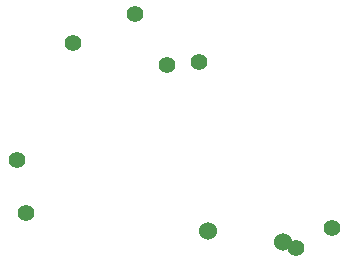
<source format=gbr>
G04 #@! TF.GenerationSoftware,KiCad,Pcbnew,(5.1.9)-1*
G04 #@! TF.CreationDate,2021-09-22T21:38:01-04:00*
G04 #@! TF.ProjectId,Transroc,5472616e-7372-46f6-932e-6b696361645f,3*
G04 #@! TF.SameCoordinates,Original*
G04 #@! TF.FileFunction,Copper,L1,Top*
G04 #@! TF.FilePolarity,Positive*
%FSLAX46Y46*%
G04 Gerber Fmt 4.6, Leading zero omitted, Abs format (unit mm)*
G04 Created by KiCad (PCBNEW (5.1.9)-1) date 2021-09-22 21:38:01*
%MOMM*%
%LPD*%
G01*
G04 APERTURE LIST*
G04 #@! TA.AperFunction,ComponentPad*
%ADD10C,1.524000*%
G04 #@! TD*
G04 #@! TA.AperFunction,ComponentPad*
%ADD11C,1.397000*%
G04 #@! TD*
G04 APERTURE END LIST*
D10*
X67763355Y-51787284D03*
X61450000Y-50900000D03*
D11*
X71930195Y-50578383D03*
X68929300Y-52340280D03*
X57948846Y-36812816D03*
X60679393Y-36548428D03*
X45234081Y-44833459D03*
X46023589Y-49310986D03*
X49997411Y-34943732D03*
X55223000Y-32507000D03*
M02*

</source>
